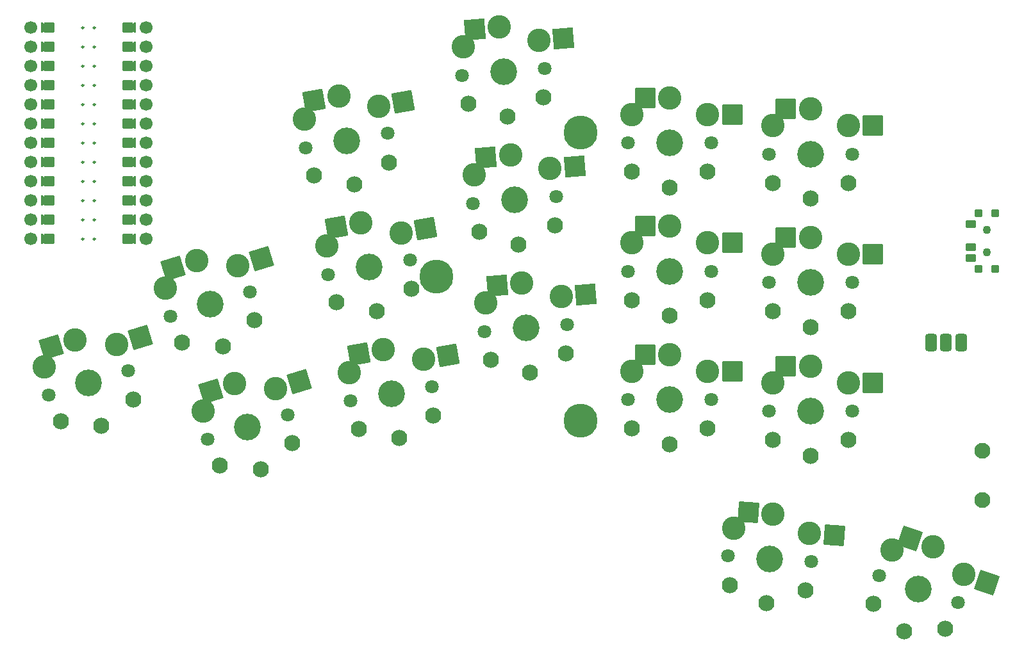
<source format=gbs>
%TF.GenerationSoftware,KiCad,Pcbnew,(6.0.4)*%
%TF.CreationDate,2022-06-17T23:21:50+02:00*%
%TF.ProjectId,basbousa,62617362-6f75-4736-912e-6b696361645f,v1.0.0*%
%TF.SameCoordinates,Original*%
%TF.FileFunction,Soldermask,Bot*%
%TF.FilePolarity,Negative*%
%FSLAX46Y46*%
G04 Gerber Fmt 4.6, Leading zero omitted, Abs format (unit mm)*
G04 Created by KiCad (PCBNEW (6.0.4)) date 2022-06-17 23:21:50*
%MOMM*%
%LPD*%
G01*
G04 APERTURE LIST*
G04 Aperture macros list*
%AMRoundRect*
0 Rectangle with rounded corners*
0 $1 Rounding radius*
0 $2 $3 $4 $5 $6 $7 $8 $9 X,Y pos of 4 corners*
0 Add a 4 corners polygon primitive as box body*
4,1,4,$2,$3,$4,$5,$6,$7,$8,$9,$2,$3,0*
0 Add four circle primitives for the rounded corners*
1,1,$1+$1,$2,$3*
1,1,$1+$1,$4,$5*
1,1,$1+$1,$6,$7*
1,1,$1+$1,$8,$9*
0 Add four rect primitives between the rounded corners*
20,1,$1+$1,$2,$3,$4,$5,0*
20,1,$1+$1,$4,$5,$6,$7,0*
20,1,$1+$1,$6,$7,$8,$9,0*
20,1,$1+$1,$8,$9,$2,$3,0*%
%AMFreePoly0*
4,1,14,0.035355,0.435355,0.635355,-0.164645,0.650000,-0.200000,0.650000,-0.400000,0.635355,-0.435355,0.600000,-0.450000,-0.600000,-0.450000,-0.635355,-0.435355,-0.650000,-0.400000,-0.650000,-0.200000,-0.635355,-0.164645,-0.035355,0.435355,0.000000,0.450000,0.035355,0.435355,0.035355,0.435355,$1*%
%AMFreePoly1*
4,1,16,0.635355,0.285355,0.650000,0.250000,0.650000,-1.000000,0.635355,-1.035355,0.600000,-1.050000,0.564645,-1.035355,0.000000,-0.470710,-0.564645,-1.035355,-0.600000,-1.050000,-0.635355,-1.035355,-0.650000,-1.000000,-0.650000,0.250000,-0.635355,0.285355,-0.600000,0.300000,0.600000,0.300000,0.635355,0.285355,0.635355,0.285355,$1*%
G04 Aperture macros list end*
%ADD10C,0.250000*%
%ADD11C,0.100000*%
%ADD12RoundRect,0.425000X-0.375000X-0.750000X0.375000X-0.750000X0.375000X0.750000X-0.375000X0.750000X0*%
%ADD13C,2.100000*%
%ADD14C,3.100000*%
%ADD15C,1.801800*%
%ADD16C,3.529000*%
%ADD17RoundRect,0.050000X-1.054507X-1.505993X1.505993X-1.054507X1.054507X1.505993X-1.505993X1.054507X0*%
%ADD18C,2.132000*%
%ADD19RoundRect,0.050000X-1.181751X-1.408356X1.408356X-1.181751X1.181751X1.408356X-1.408356X1.181751X0*%
%ADD20RoundRect,0.050000X-1.300000X-1.300000X1.300000X-1.300000X1.300000X1.300000X-1.300000X1.300000X0*%
%ADD21RoundRect,0.050000X-1.652413X-0.805936X0.805936X-1.652413X1.652413X0.805936X-0.805936X1.652413X0*%
%ADD22RoundRect,0.050000X-0.450000X0.450000X-0.450000X-0.450000X0.450000X-0.450000X0.450000X0.450000X0*%
%ADD23C,1.100000*%
%ADD24RoundRect,0.050000X-0.625000X0.450000X-0.625000X-0.450000X0.625000X-0.450000X0.625000X0.450000X0*%
%ADD25RoundRect,0.050000X-0.863113X-1.623279X1.623279X-0.863113X0.863113X1.623279X-1.623279X0.863113X0*%
%ADD26C,4.500000*%
%ADD27RoundRect,0.050000X-1.387517X-1.206150X1.206150X-1.387517X1.387517X1.206150X-1.206150X1.387517X0*%
%ADD28FreePoly0,90.000000*%
%ADD29FreePoly0,270.000000*%
%ADD30C,1.700000*%
%ADD31FreePoly1,270.000000*%
%ADD32FreePoly1,90.000000*%
G04 APERTURE END LIST*
D10*
%TO.C,*%
X37971000Y104648000D02*
G75*
G03*
X37971000Y104648000I-125000J0D01*
G01*
X39495000Y91948000D02*
G75*
G03*
X39495000Y91948000I-125000J0D01*
G01*
X39495000Y94488000D02*
G75*
G03*
X39495000Y94488000I-125000J0D01*
G01*
X37971000Y112268000D02*
G75*
G03*
X37971000Y112268000I-125000J0D01*
G01*
X37971000Y94488000D02*
G75*
G03*
X37971000Y94488000I-125000J0D01*
G01*
X39495000Y99568000D02*
G75*
G03*
X39495000Y99568000I-125000J0D01*
G01*
X39495000Y102108000D02*
G75*
G03*
X39495000Y102108000I-125000J0D01*
G01*
X37971000Y102108000D02*
G75*
G03*
X37971000Y102108000I-125000J0D01*
G01*
X39495000Y107188000D02*
G75*
G03*
X39495000Y107188000I-125000J0D01*
G01*
X37971000Y91948000D02*
G75*
G03*
X37971000Y91948000I-125000J0D01*
G01*
X39495000Y114808000D02*
G75*
G03*
X39495000Y114808000I-125000J0D01*
G01*
X37971000Y107188000D02*
G75*
G03*
X37971000Y107188000I-125000J0D01*
G01*
X39495000Y117348000D02*
G75*
G03*
X39495000Y117348000I-125000J0D01*
G01*
X39495000Y109728000D02*
G75*
G03*
X39495000Y109728000I-125000J0D01*
G01*
X37971000Y99568000D02*
G75*
G03*
X37971000Y99568000I-125000J0D01*
G01*
X39495000Y104648000D02*
G75*
G03*
X39495000Y104648000I-125000J0D01*
G01*
X37971000Y114808000D02*
G75*
G03*
X37971000Y114808000I-125000J0D01*
G01*
X37971000Y97028000D02*
G75*
G03*
X37971000Y97028000I-125000J0D01*
G01*
X39495000Y119888000D02*
G75*
G03*
X39495000Y119888000I-125000J0D01*
G01*
X37971000Y117348000D02*
G75*
G03*
X37971000Y117348000I-125000J0D01*
G01*
X37971000Y119888000D02*
G75*
G03*
X37971000Y119888000I-125000J0D01*
G01*
X39495000Y97028000D02*
G75*
G03*
X39495000Y97028000I-125000J0D01*
G01*
X39495000Y112268000D02*
G75*
G03*
X39495000Y112268000I-125000J0D01*
G01*
X37971000Y109728000D02*
G75*
G03*
X37971000Y109728000I-125000J0D01*
G01*
G36*
X44704000Y119380000D02*
G01*
X43688000Y119380000D01*
X43688000Y120396000D01*
X44704000Y120396000D01*
X44704000Y119380000D01*
G37*
D11*
X44704000Y119380000D02*
X43688000Y119380000D01*
X43688000Y120396000D01*
X44704000Y120396000D01*
X44704000Y119380000D01*
G36*
X33528000Y106680000D02*
G01*
X32512000Y106680000D01*
X32512000Y107696000D01*
X33528000Y107696000D01*
X33528000Y106680000D01*
G37*
X33528000Y106680000D02*
X32512000Y106680000D01*
X32512000Y107696000D01*
X33528000Y107696000D01*
X33528000Y106680000D01*
G36*
X44704000Y104140000D02*
G01*
X43688000Y104140000D01*
X43688000Y105156000D01*
X44704000Y105156000D01*
X44704000Y104140000D01*
G37*
X44704000Y104140000D02*
X43688000Y104140000D01*
X43688000Y105156000D01*
X44704000Y105156000D01*
X44704000Y104140000D01*
G36*
X44704000Y93980000D02*
G01*
X43688000Y93980000D01*
X43688000Y94996000D01*
X44704000Y94996000D01*
X44704000Y93980000D01*
G37*
X44704000Y93980000D02*
X43688000Y93980000D01*
X43688000Y94996000D01*
X44704000Y94996000D01*
X44704000Y93980000D01*
G36*
X44704000Y114300000D02*
G01*
X43688000Y114300000D01*
X43688000Y115316000D01*
X44704000Y115316000D01*
X44704000Y114300000D01*
G37*
X44704000Y114300000D02*
X43688000Y114300000D01*
X43688000Y115316000D01*
X44704000Y115316000D01*
X44704000Y114300000D01*
G36*
X44704000Y91440000D02*
G01*
X43688000Y91440000D01*
X43688000Y92456000D01*
X44704000Y92456000D01*
X44704000Y91440000D01*
G37*
X44704000Y91440000D02*
X43688000Y91440000D01*
X43688000Y92456000D01*
X44704000Y92456000D01*
X44704000Y91440000D01*
G36*
X33528000Y104140000D02*
G01*
X32512000Y104140000D01*
X32512000Y105156000D01*
X33528000Y105156000D01*
X33528000Y104140000D01*
G37*
X33528000Y104140000D02*
X32512000Y104140000D01*
X32512000Y105156000D01*
X33528000Y105156000D01*
X33528000Y104140000D01*
G36*
X44704000Y96520000D02*
G01*
X43688000Y96520000D01*
X43688000Y97536000D01*
X44704000Y97536000D01*
X44704000Y96520000D01*
G37*
X44704000Y96520000D02*
X43688000Y96520000D01*
X43688000Y97536000D01*
X44704000Y97536000D01*
X44704000Y96520000D01*
G36*
X33528000Y91440000D02*
G01*
X32512000Y91440000D01*
X32512000Y92456000D01*
X33528000Y92456000D01*
X33528000Y91440000D01*
G37*
X33528000Y91440000D02*
X32512000Y91440000D01*
X32512000Y92456000D01*
X33528000Y92456000D01*
X33528000Y91440000D01*
G36*
X33528000Y96520000D02*
G01*
X32512000Y96520000D01*
X32512000Y97536000D01*
X33528000Y97536000D01*
X33528000Y96520000D01*
G37*
X33528000Y96520000D02*
X32512000Y96520000D01*
X32512000Y97536000D01*
X33528000Y97536000D01*
X33528000Y96520000D01*
G36*
X33528000Y99060000D02*
G01*
X32512000Y99060000D01*
X32512000Y100076000D01*
X33528000Y100076000D01*
X33528000Y99060000D01*
G37*
X33528000Y99060000D02*
X32512000Y99060000D01*
X32512000Y100076000D01*
X33528000Y100076000D01*
X33528000Y99060000D01*
G36*
X33528000Y93980000D02*
G01*
X32512000Y93980000D01*
X32512000Y94996000D01*
X33528000Y94996000D01*
X33528000Y93980000D01*
G37*
X33528000Y93980000D02*
X32512000Y93980000D01*
X32512000Y94996000D01*
X33528000Y94996000D01*
X33528000Y93980000D01*
G36*
X44704000Y109220000D02*
G01*
X43688000Y109220000D01*
X43688000Y110236000D01*
X44704000Y110236000D01*
X44704000Y109220000D01*
G37*
X44704000Y109220000D02*
X43688000Y109220000D01*
X43688000Y110236000D01*
X44704000Y110236000D01*
X44704000Y109220000D01*
G36*
X33528000Y109220000D02*
G01*
X32512000Y109220000D01*
X32512000Y110236000D01*
X33528000Y110236000D01*
X33528000Y109220000D01*
G37*
X33528000Y109220000D02*
X32512000Y109220000D01*
X32512000Y110236000D01*
X33528000Y110236000D01*
X33528000Y109220000D01*
G36*
X44704000Y106680000D02*
G01*
X43688000Y106680000D01*
X43688000Y107696000D01*
X44704000Y107696000D01*
X44704000Y106680000D01*
G37*
X44704000Y106680000D02*
X43688000Y106680000D01*
X43688000Y107696000D01*
X44704000Y107696000D01*
X44704000Y106680000D01*
G36*
X44704000Y99060000D02*
G01*
X43688000Y99060000D01*
X43688000Y100076000D01*
X44704000Y100076000D01*
X44704000Y99060000D01*
G37*
X44704000Y99060000D02*
X43688000Y99060000D01*
X43688000Y100076000D01*
X44704000Y100076000D01*
X44704000Y99060000D01*
G36*
X44704000Y116840000D02*
G01*
X43688000Y116840000D01*
X43688000Y117856000D01*
X44704000Y117856000D01*
X44704000Y116840000D01*
G37*
X44704000Y116840000D02*
X43688000Y116840000D01*
X43688000Y117856000D01*
X44704000Y117856000D01*
X44704000Y116840000D01*
G36*
X44704000Y111760000D02*
G01*
X43688000Y111760000D01*
X43688000Y112776000D01*
X44704000Y112776000D01*
X44704000Y111760000D01*
G37*
X44704000Y111760000D02*
X43688000Y111760000D01*
X43688000Y112776000D01*
X44704000Y112776000D01*
X44704000Y111760000D01*
G36*
X33528000Y114300000D02*
G01*
X32512000Y114300000D01*
X32512000Y115316000D01*
X33528000Y115316000D01*
X33528000Y114300000D01*
G37*
X33528000Y114300000D02*
X32512000Y114300000D01*
X32512000Y115316000D01*
X33528000Y115316000D01*
X33528000Y114300000D01*
G36*
X33528000Y111760000D02*
G01*
X32512000Y111760000D01*
X32512000Y112776000D01*
X33528000Y112776000D01*
X33528000Y111760000D01*
G37*
X33528000Y111760000D02*
X32512000Y111760000D01*
X32512000Y112776000D01*
X33528000Y112776000D01*
X33528000Y111760000D01*
G36*
X33528000Y119380000D02*
G01*
X32512000Y119380000D01*
X32512000Y120396000D01*
X33528000Y120396000D01*
X33528000Y119380000D01*
G37*
X33528000Y119380000D02*
X32512000Y119380000D01*
X32512000Y120396000D01*
X33528000Y120396000D01*
X33528000Y119380000D01*
G36*
X44704000Y101600000D02*
G01*
X43688000Y101600000D01*
X43688000Y102616000D01*
X44704000Y102616000D01*
X44704000Y101600000D01*
G37*
X44704000Y101600000D02*
X43688000Y101600000D01*
X43688000Y102616000D01*
X44704000Y102616000D01*
X44704000Y101600000D01*
G36*
X33528000Y116840000D02*
G01*
X32512000Y116840000D01*
X32512000Y117856000D01*
X33528000Y117856000D01*
X33528000Y116840000D01*
G37*
X33528000Y116840000D02*
X32512000Y116840000D01*
X32512000Y117856000D01*
X33528000Y117856000D01*
X33528000Y116840000D01*
G36*
X33528000Y101600000D02*
G01*
X32512000Y101600000D01*
X32512000Y102616000D01*
X33528000Y102616000D01*
X33528000Y101600000D01*
G37*
X33528000Y101600000D02*
X32512000Y101600000D01*
X32512000Y102616000D01*
X33528000Y102616000D01*
X33528000Y101600000D01*
%TD*%
D12*
%TO.C,PAD1*%
X149924000Y78232000D03*
X153924000Y78232000D03*
X151924000Y78232000D03*
%TD*%
D13*
%TO.C,B1*%
X156718000Y63956000D03*
X156718000Y57456000D03*
%TD*%
D14*
%TO.C,S11*%
X76973296Y109514099D03*
X71667231Y110812436D03*
D15*
X78116881Y105907895D03*
X67283995Y103997765D03*
D16*
X72700438Y104952830D03*
D14*
X67125219Y107777617D03*
D17*
X68441985Y110243738D03*
D18*
X78284340Y102078801D03*
X68436262Y100342320D03*
D17*
X80198542Y110082797D03*
D18*
X73724962Y99142464D03*
%TD*%
D15*
%TO.C,S15*%
X100384204Y97593524D03*
D16*
X94905133Y97114167D03*
D14*
X89597326Y100414117D03*
X99559273Y101285675D03*
D15*
X89426062Y96634810D03*
D14*
X94386556Y103041525D03*
D18*
X100217298Y93764406D03*
D19*
X91124018Y102756090D03*
D18*
X90255351Y92892848D03*
X95419352Y91236618D03*
D19*
X102821810Y101571110D03*
%TD*%
D15*
%TO.C,S21*%
X109911087Y87686017D03*
D16*
X115411087Y87686017D03*
D15*
X120911087Y87686017D03*
D14*
X110411087Y91436016D03*
X120411087Y91436016D03*
X115411087Y93636017D03*
D18*
X120411087Y83886017D03*
D20*
X112136086Y93636017D03*
D18*
X110411087Y83886017D03*
D20*
X123686087Y91436016D03*
D18*
X115411087Y81786017D03*
%TD*%
D14*
%TO.C,S29*%
X133985000Y109128000D03*
D15*
X128485000Y103178000D03*
D14*
X128985000Y106927999D03*
D15*
X139485000Y103178000D03*
D16*
X133985000Y103178000D03*
D14*
X138985000Y106927999D03*
D18*
X128985000Y99378000D03*
D20*
X130709999Y109128000D03*
D18*
X138985000Y99378000D03*
X133985000Y97278000D03*
D20*
X142260000Y106927999D03*
%TD*%
D14*
%TO.C,S33*%
X154231706Y47565995D03*
X150220364Y51273978D03*
D15*
X143082881Y47438767D03*
X153483585Y43857517D03*
D16*
X148283233Y45648142D03*
D14*
X144776520Y50821676D03*
D18*
X142318481Y43683012D03*
D21*
X147123789Y52340214D03*
D18*
X151773667Y40427331D03*
X146362381Y40069582D03*
D21*
X157328279Y46499759D03*
%TD*%
D15*
%TO.C,S7*%
X73188033Y70514301D03*
D14*
X73029257Y74294153D03*
D16*
X78604476Y71469366D03*
D15*
X84020919Y72424431D03*
D14*
X82877334Y76030635D03*
X77571269Y77328972D03*
D17*
X74346023Y76760274D03*
D18*
X74340300Y66858856D03*
X84188378Y68595337D03*
X79629000Y65659000D03*
D17*
X86102580Y76599333D03*
%TD*%
D22*
%TO.C,T2*%
X158369000Y87958000D03*
X158369000Y95358000D03*
X156169000Y87958000D03*
X156169000Y95358000D03*
D23*
X157269000Y93158000D03*
X157269000Y90158000D03*
D24*
X155194000Y93908000D03*
X155194000Y90908000D03*
X155194000Y89408000D03*
%TD*%
D15*
%TO.C,S1*%
X33339941Y71313701D03*
X43859293Y74529789D03*
D14*
X36860005Y78611758D03*
D16*
X38599617Y72921745D03*
D14*
X42284747Y77969745D03*
X32721700Y75046028D03*
D18*
X34929106Y67825928D03*
X44492153Y70749645D03*
D25*
X33728106Y77654241D03*
D18*
X40324610Y67279547D03*
D25*
X45416645Y78927263D03*
%TD*%
D14*
%TO.C,S5*%
X48785089Y85490480D03*
D15*
X59922682Y84974241D03*
D14*
X52923394Y89056210D03*
D16*
X54663006Y83366197D03*
D15*
X49403330Y81758153D03*
D14*
X58348136Y88414197D03*
D18*
X50992495Y78270380D03*
D25*
X49791495Y88098693D03*
D18*
X60555542Y81194097D03*
X56387999Y77723999D03*
D25*
X61480034Y89371715D03*
%TD*%
D15*
%TO.C,S27*%
X128485000Y86178000D03*
D14*
X128985000Y89927999D03*
D16*
X133985000Y86178000D03*
D14*
X138985000Y89927999D03*
D15*
X139485000Y86178000D03*
D14*
X133985000Y92128000D03*
D18*
X138985000Y82378000D03*
D20*
X130709999Y92128000D03*
D18*
X128985000Y82378000D03*
D20*
X142260000Y89927999D03*
D18*
X133985000Y80278000D03*
%TD*%
D14*
%TO.C,S9*%
X79925315Y92772367D03*
D15*
X70236014Y87256033D03*
X81068900Y89166163D03*
D14*
X74619250Y94070704D03*
D16*
X75652457Y88211098D03*
D14*
X70077238Y91035885D03*
D18*
X71388281Y83600588D03*
X81236359Y85337069D03*
D17*
X71394004Y93502006D03*
X83150561Y93341065D03*
D18*
X76676981Y82400732D03*
%TD*%
D14*
%TO.C,S13*%
X101040921Y84350365D03*
D16*
X96386781Y80178857D03*
D15*
X101865852Y80658214D03*
X90907710Y79699500D03*
D14*
X91078974Y83478807D03*
X95868204Y86106215D03*
D19*
X92605666Y85820780D03*
D18*
X91736999Y75957538D03*
X101698946Y76829096D03*
X96901000Y74301308D03*
D19*
X104303458Y84635800D03*
%TD*%
D14*
%TO.C,S17*%
X98077626Y118220985D03*
X88115679Y117349427D03*
D15*
X87944415Y113570120D03*
D14*
X92904909Y119976835D03*
D16*
X93423486Y114049477D03*
D15*
X98902557Y114528834D03*
D18*
X88773704Y109828158D03*
X98735651Y110699716D03*
D19*
X89642371Y119691400D03*
D18*
X93937705Y108171928D03*
D19*
X101340163Y118506420D03*
%TD*%
D26*
%TO.C,REF\u002A\u002A*%
X84582000Y86995000D03*
X103632000Y106045000D03*
X103632000Y67945000D03*
%TD*%
D15*
%TO.C,S31*%
X134107692Y49264790D03*
D14*
X123894856Y53738098D03*
D15*
X123134488Y50032112D03*
D14*
X129036141Y55583957D03*
D16*
X128621090Y49648451D03*
D14*
X133870497Y53040533D03*
D18*
X133343836Y45508925D03*
D27*
X125769118Y55812410D03*
D18*
X123368195Y46206490D03*
D27*
X137137519Y52812080D03*
D18*
X128209527Y43762823D03*
%TD*%
D14*
%TO.C,S3*%
X57893713Y72799029D03*
X53755408Y69233299D03*
X63318455Y72157016D03*
D15*
X64893001Y68717060D03*
D16*
X59633325Y67109016D03*
D15*
X54373649Y65500972D03*
D18*
X55962814Y62013199D03*
X65525861Y64936916D03*
D25*
X54761814Y71841512D03*
D18*
X61358318Y61466818D03*
D25*
X66450353Y73114534D03*
%TD*%
D14*
%TO.C,S23*%
X110411087Y108436016D03*
X120411087Y108436016D03*
X115411087Y110636017D03*
D15*
X109911087Y104686017D03*
X120911087Y104686017D03*
D16*
X115411087Y104686017D03*
D20*
X112136086Y110636017D03*
D18*
X110411087Y100886017D03*
X120411087Y100886017D03*
X115411087Y98786017D03*
D20*
X123686087Y108436016D03*
%TD*%
D16*
%TO.C,S25*%
X133985000Y69178000D03*
D14*
X128985000Y72927999D03*
D15*
X139485000Y69178000D03*
D14*
X133985000Y75128000D03*
X138985000Y72927999D03*
D15*
X128485000Y69178000D03*
D18*
X138985000Y65378000D03*
D20*
X130709999Y75128000D03*
D18*
X128985000Y65378000D03*
D20*
X142260000Y72927999D03*
D18*
X133985000Y63278000D03*
%TD*%
D14*
%TO.C,S19*%
X110411087Y74436016D03*
D15*
X120911087Y70686017D03*
D14*
X115411087Y76636017D03*
D16*
X115411087Y70686017D03*
D14*
X120411087Y74436016D03*
D15*
X109911087Y70686017D03*
D20*
X112136086Y76636017D03*
D18*
X110411087Y66886017D03*
X120411087Y66886017D03*
D20*
X123686087Y74436016D03*
D18*
X115411087Y64786017D03*
%TD*%
D28*
%TO.C,*%
X44450000Y112268000D03*
D29*
X32766000Y94488000D03*
D30*
X46228000Y99568000D03*
D28*
X44450000Y91948000D03*
D29*
X32766000Y114808000D03*
D28*
X44450000Y102108000D03*
D30*
X46228000Y91948000D03*
X30988000Y97028000D03*
X30988000Y112268000D03*
X46228000Y104648000D03*
D28*
X44450000Y109728000D03*
X44450000Y97028000D03*
X44450000Y119888000D03*
D30*
X46228000Y102108000D03*
D29*
X32766000Y99568000D03*
X32766000Y112268000D03*
D30*
X30988000Y104648000D03*
X30988000Y94488000D03*
X30988000Y102108000D03*
D28*
X44450000Y114808000D03*
D29*
X32766000Y117348000D03*
X32766000Y107188000D03*
D30*
X46228000Y94488000D03*
D29*
X32766000Y119888000D03*
D28*
X44450000Y99568000D03*
D30*
X30988000Y99568000D03*
X30988000Y114808000D03*
X30988000Y109728000D03*
X46228000Y112268000D03*
D29*
X32766000Y104648000D03*
D28*
X44450000Y117348000D03*
D30*
X30988000Y119888000D03*
X46228000Y119888000D03*
D29*
X32766000Y97028000D03*
D30*
X46228000Y117348000D03*
X46228000Y97028000D03*
X46228000Y114808000D03*
D28*
X44450000Y107188000D03*
D29*
X32766000Y109728000D03*
D30*
X30988000Y91948000D03*
D28*
X44450000Y94488000D03*
X44450000Y104648000D03*
D30*
X30988000Y107188000D03*
X46228000Y109728000D03*
D29*
X32766000Y91948000D03*
D30*
X30988000Y117348000D03*
X46228000Y107188000D03*
D29*
X32766000Y102108000D03*
D31*
X33782000Y119888000D03*
X33782000Y117348000D03*
X33782000Y114808000D03*
X33782000Y112268000D03*
X33782000Y109728000D03*
X33782000Y107188000D03*
X33782000Y104648000D03*
X33782000Y102108000D03*
X33782000Y99568000D03*
X33782000Y97028000D03*
X33782000Y94488000D03*
X33782000Y91948000D03*
D32*
X43434000Y91948000D03*
X43434000Y94488000D03*
X43434000Y97028000D03*
X43434000Y99568000D03*
X43434000Y102108000D03*
X43434000Y104648000D03*
X43434000Y107188000D03*
X43434000Y109728000D03*
X43434000Y112268000D03*
X43434000Y114808000D03*
X43434000Y117348000D03*
X43434000Y119888000D03*
%TD*%
M02*

</source>
